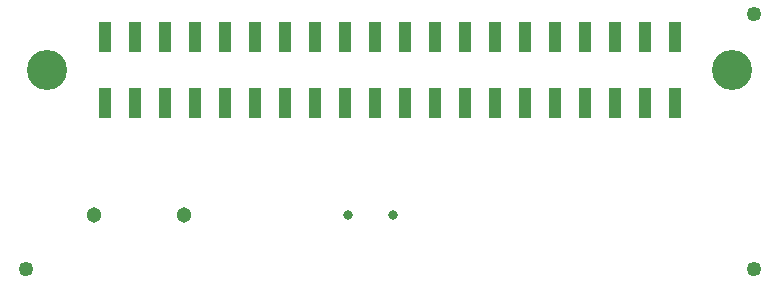
<source format=gbr>
G04 #@! TF.GenerationSoftware,KiCad,Pcbnew,5.1.0-rc2-unknown-036be7d~80~ubuntu16.04.1*
G04 #@! TF.CreationDate,2023-05-24T11:50:46+03:00*
G04 #@! TF.ProjectId,RPI-UEXT-MPQ_Rev_A,5250492d-5545-4585-942d-4d50515f5265,A*
G04 #@! TF.SameCoordinates,Original*
G04 #@! TF.FileFunction,Soldermask,Bot*
G04 #@! TF.FilePolarity,Negative*
%FSLAX46Y46*%
G04 Gerber Fmt 4.6, Leading zero omitted, Abs format (unit mm)*
G04 Created by KiCad (PCBNEW 5.1.0-rc2-unknown-036be7d~80~ubuntu16.04.1) date 2023-05-24 11:50:46*
%MOMM*%
%LPD*%
G04 APERTURE LIST*
%ADD10R,1.117600X2.641600*%
%ADD11C,3.401600*%
%ADD12C,0.801600*%
%ADD13C,1.301600*%
%ADD14C,1.254000*%
G04 APERTURE END LIST*
D10*
X131270000Y-62794000D03*
X141430000Y-62794000D03*
X138890000Y-62794000D03*
X138890000Y-57206000D03*
X143970000Y-62794000D03*
X154130000Y-62794000D03*
X151590000Y-62794000D03*
X149050000Y-62794000D03*
X146510000Y-62794000D03*
X141430000Y-57206000D03*
X133810000Y-62794000D03*
X151590000Y-57206000D03*
X154130000Y-57206000D03*
X149050000Y-57206000D03*
X143970000Y-57206000D03*
X146510000Y-57206000D03*
X136350000Y-57206000D03*
X131270000Y-57206000D03*
X133810000Y-57206000D03*
X136350000Y-62794000D03*
X126190000Y-57206000D03*
X128730000Y-57206000D03*
X123650000Y-57206000D03*
X118570000Y-57206000D03*
X121110000Y-57206000D03*
X118570000Y-62794000D03*
X128730000Y-62794000D03*
X126190000Y-62794000D03*
X121110000Y-62794000D03*
X123650000Y-62794000D03*
X116030000Y-57206000D03*
X113490000Y-57206000D03*
X110950000Y-57206000D03*
X108410000Y-57206000D03*
X105870000Y-57206000D03*
X116030000Y-62794000D03*
X113490000Y-62794000D03*
X110950000Y-62794000D03*
X108410000Y-62794000D03*
X105870000Y-62794000D03*
D11*
X159000000Y-60000000D03*
X101000000Y-60000000D03*
D12*
X126495000Y-72200000D03*
X130305000Y-72200000D03*
D13*
X112610000Y-72200000D03*
X104990000Y-72200000D03*
D14*
X99200000Y-76800000D03*
X160800000Y-76800000D03*
X160800000Y-55200000D03*
M02*

</source>
